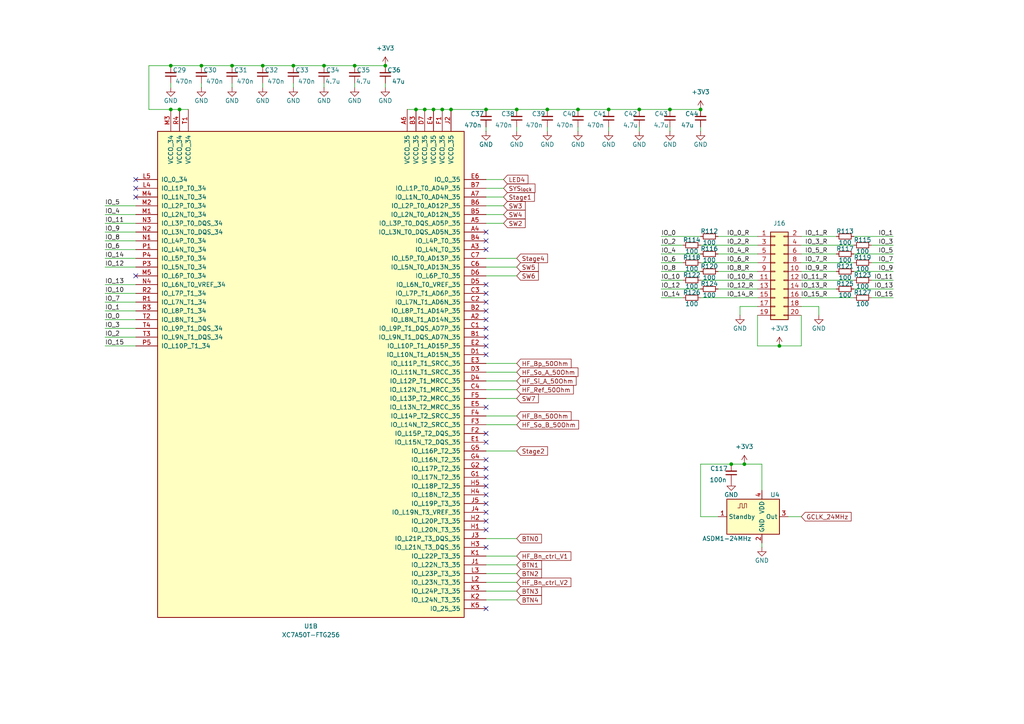
<source format=kicad_sch>
(kicad_sch (version 20231120) (generator "eeschema") (generator_version "8.0")
  (paper "A4")
  (title_block (title "CPArti: Artix-7 FPGA Development Board") (date "2024-08-22") (rev "1.0"))
  (junction (at 203.2 31.75))
  (junction (at 49.53 19.05))
  (junction (at 125.73 31.75))
  (junction (at 167.64 31.75))
  (junction (at 93.98 19.05))
  (junction (at 128.27 31.75))
  (junction (at 85.09 19.05))
  (junction (at 140.97 31.75))
  (junction (at 76.2 19.05))
  (junction (at 158.75 31.75))
  (junction (at 226.06 100.33))
  (junction (at 212.09 134.62))
  (junction (at 67.31 19.05))
  (junction (at 176.53 31.75))
  (junction (at 123.19 31.75))
  (junction (at 194.31 31.75))
  (junction (at 185.42 31.75))
  (junction (at 215.9 134.62))
  (junction (at 111.76 19.05))
  (junction (at 58.42 19.05))
  (junction (at 49.53 31.75))
  (junction (at 149.86 31.75))
  (junction (at 102.87 19.05))
  (junction (at 120.65 31.75))
  (junction (at 130.81 31.75))
  (junction (at 52.07 31.75))
  (no_connect (at 39.37 54.61))
  (no_connect (at 140.97 138.43))
  (no_connect (at 140.97 102.87))
  (no_connect (at 140.97 176.53))
  (no_connect (at 140.97 72.39))
  (no_connect (at 39.37 80.01))
  (no_connect (at 140.97 97.79))
  (no_connect (at 140.97 95.25))
  (no_connect (at 140.97 148.59))
  (no_connect (at 140.97 151.13))
  (no_connect (at 140.97 87.63))
  (no_connect (at 39.37 52.07))
  (no_connect (at 140.97 100.33))
  (no_connect (at 140.97 140.97))
  (no_connect (at 140.97 69.85))
  (no_connect (at 140.97 82.55))
  (no_connect (at 140.97 153.67))
  (no_connect (at 140.97 125.73))
  (no_connect (at 39.37 57.15))
  (no_connect (at 140.97 67.31))
  (no_connect (at 140.97 85.09))
  (no_connect (at 140.97 135.89))
  (no_connect (at 140.97 143.51))
  (no_connect (at 140.97 118.11))
  (no_connect (at 140.97 92.71))
  (no_connect (at 140.97 128.27))
  (no_connect (at 140.97 90.17))
  (no_connect (at 140.97 146.05))
  (no_connect (at 140.97 133.35))
  (no_connect (at 140.97 158.75))
  (wire (pts (xy 140.97 161.29) (xy 149.86 161.29)))
  (wire (pts (xy 149.86 36.83) (xy 149.86 38.1)))
  (wire (pts (xy 191.77 73.66) (xy 203.2 73.66)))
  (wire (pts (xy 232.41 73.66) (xy 242.57 73.66)))
  (wire (pts (xy 185.42 31.75) (xy 194.31 31.75)))
  (wire (pts (xy 259.08 81.28) (xy 252.73 81.28)))
  (wire (pts (xy 140.97 113.03) (xy 149.86 113.03)))
  (wire (pts (xy 185.42 36.83) (xy 185.42 38.1)))
  (wire (pts (xy 232.41 83.82) (xy 242.57 83.82)))
  (wire (pts (xy 203.2 76.2) (xy 219.71 76.2)))
  (wire (pts (xy 214.63 91.44) (xy 214.63 88.9)))
  (wire (pts (xy 203.2 36.83) (xy 203.2 38.1)))
  (wire (pts (xy 30.48 97.79) (xy 39.37 97.79)))
  (wire (pts (xy 191.77 86.36) (xy 198.12 86.36)))
  (wire (pts (xy 203.2 134.62) (xy 212.09 134.62)))
  (wire (pts (xy 85.09 24.13) (xy 85.09 25.4)))
  (wire (pts (xy 158.75 36.83) (xy 158.75 38.1)))
  (wire (pts (xy 232.41 86.36) (xy 247.65 86.36)))
  (wire (pts (xy 203.2 149.86) (xy 203.2 134.62)))
  (wire (pts (xy 176.53 36.83) (xy 176.53 38.1)))
  (wire (pts (xy 140.97 171.45) (xy 149.86 171.45)))
  (wire (pts (xy 191.77 78.74) (xy 203.2 78.74)))
  (wire (pts (xy 140.97 52.07) (xy 146.05 52.07)))
  (wire (pts (xy 43.18 19.05) (xy 49.53 19.05)))
  (wire (pts (xy 208.28 73.66) (xy 219.71 73.66)))
  (wire (pts (xy 43.18 31.75) (xy 49.53 31.75)))
  (wire (pts (xy 232.41 78.74) (xy 242.57 78.74)))
  (wire (pts (xy 140.97 115.57) (xy 149.86 115.57)))
  (wire (pts (xy 191.77 71.12) (xy 198.12 71.12)))
  (wire (pts (xy 111.76 19.05) (xy 102.87 19.05)))
  (wire (pts (xy 219.71 100.33) (xy 226.06 100.33)))
  (wire (pts (xy 140.97 156.21) (xy 149.86 156.21)))
  (wire (pts (xy 58.42 19.05) (xy 49.53 19.05)))
  (wire (pts (xy 76.2 19.05) (xy 67.31 19.05)))
  (wire (pts (xy 140.97 130.81) (xy 149.86 130.81)))
  (wire (pts (xy 93.98 19.05) (xy 85.09 19.05)))
  (wire (pts (xy 67.31 19.05) (xy 58.42 19.05)))
  (wire (pts (xy 208.28 78.74) (xy 219.71 78.74)))
  (wire (pts (xy 140.97 31.75) (xy 149.86 31.75)))
  (wire (pts (xy 43.18 31.75) (xy 43.18 19.05)))
  (wire (pts (xy 30.48 69.85) (xy 39.37 69.85)))
  (wire (pts (xy 191.77 81.28) (xy 198.12 81.28)))
  (wire (pts (xy 228.6 149.86) (xy 232.41 149.86)))
  (wire (pts (xy 158.75 31.75) (xy 167.64 31.75)))
  (wire (pts (xy 30.48 90.17) (xy 39.37 90.17)))
  (wire (pts (xy 232.41 88.9) (xy 237.49 88.9)))
  (wire (pts (xy 30.48 72.39) (xy 39.37 72.39)))
  (wire (pts (xy 30.48 64.77) (xy 39.37 64.77)))
  (wire (pts (xy 220.98 134.62) (xy 215.9 134.62)))
  (wire (pts (xy 76.2 24.13) (xy 76.2 25.4)))
  (wire (pts (xy 146.05 59.69) (xy 140.97 59.69)))
  (wire (pts (xy 111.76 24.13) (xy 111.76 25.4)))
  (wire (pts (xy 58.42 24.13) (xy 58.42 25.4)))
  (wire (pts (xy 208.28 83.82) (xy 219.71 83.82)))
  (wire (pts (xy 140.97 123.19) (xy 149.86 123.19)))
  (wire (pts (xy 212.09 134.62) (xy 215.9 134.62)))
  (wire (pts (xy 123.19 31.75) (xy 125.73 31.75)))
  (wire (pts (xy 259.08 83.82) (xy 247.65 83.82)))
  (wire (pts (xy 93.98 24.13) (xy 93.98 25.4)))
  (wire (pts (xy 30.48 100.33) (xy 39.37 100.33)))
  (wire (pts (xy 49.53 31.75) (xy 52.07 31.75)))
  (wire (pts (xy 191.77 68.58) (xy 203.2 68.58)))
  (wire (pts (xy 220.98 134.62) (xy 220.98 142.24)))
  (wire (pts (xy 259.08 86.36) (xy 252.73 86.36)))
  (wire (pts (xy 259.08 76.2) (xy 252.73 76.2)))
  (wire (pts (xy 140.97 110.49) (xy 149.86 110.49)))
  (wire (pts (xy 140.97 77.47) (xy 149.86 77.47)))
  (wire (pts (xy 85.09 19.05) (xy 76.2 19.05)))
  (wire (pts (xy 259.08 71.12) (xy 252.73 71.12)))
  (wire (pts (xy 167.64 31.75) (xy 176.53 31.75)))
  (wire (pts (xy 203.2 81.28) (xy 219.71 81.28)))
  (wire (pts (xy 130.81 31.75) (xy 140.97 31.75)))
  (wire (pts (xy 30.48 77.47) (xy 39.37 77.47)))
  (wire (pts (xy 30.48 92.71) (xy 39.37 92.71)))
  (wire (pts (xy 30.48 85.09) (xy 39.37 85.09)))
  (wire (pts (xy 140.97 173.99) (xy 149.86 173.99)))
  (wire (pts (xy 140.97 163.83) (xy 149.86 163.83)))
  (wire (pts (xy 30.48 74.93) (xy 39.37 74.93)))
  (wire (pts (xy 49.53 24.13) (xy 49.53 25.4)))
  (wire (pts (xy 194.31 31.75) (xy 203.2 31.75)))
  (wire (pts (xy 146.05 64.77) (xy 140.97 64.77)))
  (wire (pts (xy 102.87 24.13) (xy 102.87 25.4)))
  (wire (pts (xy 30.48 67.31) (xy 39.37 67.31)))
  (wire (pts (xy 191.77 76.2) (xy 198.12 76.2)))
  (wire (pts (xy 125.73 31.75) (xy 128.27 31.75)))
  (wire (pts (xy 140.97 166.37) (xy 149.86 166.37)))
  (wire (pts (xy 140.97 36.83) (xy 140.97 38.1)))
  (wire (pts (xy 220.98 157.48) (xy 220.98 158.75)))
  (wire (pts (xy 30.48 87.63) (xy 39.37 87.63)))
  (wire (pts (xy 259.08 78.74) (xy 247.65 78.74)))
  (wire (pts (xy 67.31 24.13) (xy 67.31 25.4)))
  (wire (pts (xy 194.31 36.83) (xy 194.31 38.1)))
  (wire (pts (xy 208.28 68.58) (xy 219.71 68.58)))
  (wire (pts (xy 118.11 31.75) (xy 120.65 31.75)))
  (wire (pts (xy 140.97 74.93) (xy 149.86 74.93)))
  (wire (pts (xy 232.41 76.2) (xy 247.65 76.2)))
  (wire (pts (xy 203.2 86.36) (xy 219.71 86.36)))
  (wire (pts (xy 232.41 91.44) (xy 232.41 100.33)))
  (wire (pts (xy 140.97 120.65) (xy 149.86 120.65)))
  (wire (pts (xy 30.48 59.69) (xy 39.37 59.69)))
  (wire (pts (xy 146.05 57.15) (xy 140.97 57.15)))
  (wire (pts (xy 140.97 80.01) (xy 149.86 80.01)))
  (wire (pts (xy 140.97 107.95) (xy 149.86 107.95)))
  (wire (pts (xy 102.87 19.05) (xy 93.98 19.05)))
  (wire (pts (xy 232.41 71.12) (xy 247.65 71.12)))
  (wire (pts (xy 232.41 68.58) (xy 242.57 68.58)))
  (wire (pts (xy 219.71 91.44) (xy 219.71 100.33)))
  (wire (pts (xy 208.28 149.86) (xy 203.2 149.86)))
  (wire (pts (xy 30.48 95.25) (xy 39.37 95.25)))
  (wire (pts (xy 214.63 88.9) (xy 219.71 88.9)))
  (wire (pts (xy 191.77 83.82) (xy 203.2 83.82)))
  (wire (pts (xy 259.08 68.58) (xy 247.65 68.58)))
  (wire (pts (xy 30.48 62.23) (xy 39.37 62.23)))
  (wire (pts (xy 149.86 31.75) (xy 158.75 31.75)))
  (wire (pts (xy 140.97 105.41) (xy 149.86 105.41)))
  (wire (pts (xy 30.48 82.55) (xy 39.37 82.55)))
  (wire (pts (xy 140.97 54.61) (xy 146.05 54.61)))
  (wire (pts (xy 176.53 31.75) (xy 185.42 31.75)))
  (wire (pts (xy 120.65 31.75) (xy 123.19 31.75)))
  (wire (pts (xy 259.08 73.66) (xy 247.65 73.66)))
  (wire (pts (xy 140.97 168.91) (xy 149.86 168.91)))
  (wire (pts (xy 232.41 100.33) (xy 226.06 100.33)))
  (wire (pts (xy 128.27 31.75) (xy 130.81 31.75)))
  (wire (pts (xy 146.05 62.23) (xy 140.97 62.23)))
  (wire (pts (xy 203.2 71.12) (xy 219.71 71.12)))
  (wire (pts (xy 232.41 81.28) (xy 247.65 81.28)))
  (wire (pts (xy 237.49 88.9) (xy 237.49 91.44)))
  (wire (pts (xy 167.64 36.83) (xy 167.64 38.1)))
  (wire (pts (xy 52.07 31.75) (xy 54.61 31.75)))
  (label "IO_10_R" (at 210.82 81.28 0))
  (label "IO_4" (at 191.77 73.66 0))
  (label "IO_7" (at 259.08 76.2 180))
  (label "IO_14" (at 191.77 86.36 0))
  (label "IO_4_R" (at 210.82 73.66 0))
  (label "IO_10" (at 30.48 85.09 0))
  (label "IO_1" (at 30.48 90.17 0))
  (label "IO_9" (at 30.48 67.31 0))
  (label "IO_6" (at 30.48 72.39 0))
  (label "IO_13" (at 259.08 83.82 180))
  (label "IO_9" (at 259.08 78.74 180))
  (label "IO_14_R" (at 210.82 86.36 0))
  (label "IO_5" (at 30.48 59.69 0))
  (label "IO_3_R" (at 240.03 71.12 180))
  (label "IO_15" (at 30.48 100.33 0))
  (label "IO_2" (at 30.48 97.79 0))
  (label "IO_12" (at 30.48 77.47 0))
  (label "IO_3" (at 259.08 71.12 180))
  (label "IO_1_R" (at 240.03 68.58 180))
  (label "IO_8_R" (at 210.82 78.74 0))
  (label "IO_2_R" (at 210.82 71.12 0))
  (label "IO_6_R" (at 210.82 76.2 0))
  (label "IO_12" (at 191.77 83.82 0))
  (label "IO_9_R" (at 240.03 78.74 180))
  (label "IO_12_R" (at 210.82 83.82 0))
  (label "IO_15" (at 259.08 86.36 180))
  (label "IO_5" (at 259.08 73.66 180))
  (label "IO_10" (at 191.77 81.28 0))
  (label "IO_15_R" (at 240.03 86.36 180))
  (label "IO_14" (at 30.48 74.93 0))
  (label "IO_2" (at 191.77 71.12 0))
  (label "IO_7" (at 30.48 87.63 0))
  (label "IO_8" (at 30.48 69.85 0))
  (label "IO_13_R" (at 240.03 83.82 180))
  (label "IO_0" (at 191.77 68.58 0))
  (label "IO_6" (at 191.77 76.2 0))
  (label "IO_13" (at 30.48 82.55 0))
  (label "IO_7_R" (at 240.03 76.2 180))
  (label "IO_0_R" (at 210.82 68.58 0))
  (label "IO_0" (at 30.48 92.71 0))
  (label "IO_4" (at 30.48 62.23 0))
  (label "IO_1" (at 259.08 68.58 180))
  (label "IO_8" (at 191.77 78.74 0))
  (label "IO_3" (at 30.48 95.25 0))
  (label "IO_11" (at 259.08 81.28 180))
  (label "IO_5_R" (at 240.03 73.66 180))
  (label "IO_11_R" (at 240.03 81.28 180))
  (label "IO_11" (at 30.48 64.77 0))
  (global_label "Stage4" (shape input) (at 149.86 74.93 0) (property "Intersheetrefs" "${INTERSHEET_REFS}" (effects (hide yes))))
  (global_label "BTN1" (shape input) (at 149.86 163.83 0) (property "Intersheetrefs" "${INTERSHEET_REFS}" (effects (hide yes))))
  (global_label "Stage2" (shape input) (at 149.86 130.81 0) (property "Intersheetrefs" "${INTERSHEET_REFS}" (effects (hide yes))))
  (global_label "SW7" (shape input) (at 149.86 115.57 0) (property "Intersheetrefs" "${INTERSHEET_REFS}" (effects (hide yes))))
  (global_label "Stage1" (shape input) (at 146.05 57.15 0) (property "Intersheetrefs" "${INTERSHEET_REFS}" (effects (hide yes))))
  (global_label "BTN0" (shape input) (at 149.86 156.21 0) (property "Intersheetrefs" "${INTERSHEET_REFS}" (effects (hide yes))))
  (global_label "BTN4" (shape input) (at 149.86 173.99 0) (property "Intersheetrefs" "${INTERSHEET_REFS}" (effects (hide yes))))
  (global_label "HF_Bn_ctrl_V2" (shape input) (at 149.86 168.91 0) (property "Intersheetrefs" "${INTERSHEET_REFS}" (effects (hide yes))))
  (global_label "SW4" (shape input) (at 146.05 62.23 0) (property "Intersheetrefs" "${INTERSHEET_REFS}" (effects (hide yes))))
  (global_label "LED4" (shape input) (at 146.05 52.07 0) (property "Intersheetrefs" "${INTERSHEET_REFS}" (effects (hide yes))))
  (global_label "HF_So_A_50Ohm" (shape input) (at 149.86 107.95 0) (property "Intersheetrefs" "${INTERSHEET_REFS}" (effects (hide yes))))
  (global_label "HF_Si_A_50Ohm" (shape input) (at 149.86 110.49 0) (property "Intersheetrefs" "${INTERSHEET_REFS}" (effects (hide yes))))
  (global_label "HF_So_B_50Ohm" (shape input) (at 149.86 123.19 0) (property "Intersheetrefs" "${INTERSHEET_REFS}" (effects (hide yes))))
  (global_label "BTN2" (shape input) (at 149.86 166.37 0) (property "Intersheetrefs" "${INTERSHEET_REFS}" (effects (hide yes))))
  (global_label "SW3" (shape input) (at 146.05 59.69 0) (property "Intersheetrefs" "${INTERSHEET_REFS}" (effects (hide yes))))
  (global_label "GCLK_24MHz" (shape input) (at 232.41 149.86 0) (property "Intersheetrefs" "${INTERSHEET_REFS}" (effects (hide yes))))
  (global_label "HF_Bn_ctrl_V1" (shape input) (at 149.86 161.29 0) (property "Intersheetrefs" "${INTERSHEET_REFS}" (effects (hide yes))))
  (global_label "SW5" (shape input) (at 149.86 77.47 0) (property "Intersheetrefs" "${INTERSHEET_REFS}" (effects (hide yes))))
  (global_label "BTN3" (shape input) (at 149.86 171.45 0) (property "Intersheetrefs" "${INTERSHEET_REFS}" (effects (hide yes))))
  (global_label "HF_Bp_50Ohm" (shape input) (at 149.86 105.41 0) (property "Intersheetrefs" "${INTERSHEET_REFS}" (effects (hide yes))))
  (global_label "SW2" (shape input) (at 146.05 64.77 0) (property "Intersheetrefs" "${INTERSHEET_REFS}" (effects (hide yes))))
  (global_label "SW6" (shape input) (at 149.86 80.01 0) (property "Intersheetrefs" "${INTERSHEET_REFS}" (effects (hide yes))))
  (global_label "HF_Bn_50Ohm" (shape input) (at 149.86 120.65 0) (property "Intersheetrefs" "${INTERSHEET_REFS}" (effects (hide yes))))
  (global_label "SYS_{lock}" (shape input) (at 146.05 54.61 0) (property "Intersheetrefs" "${INTERSHEET_REFS}" (effects (hide yes))))
  (global_label "HF_Ref_50Ohm" (shape input) (at 149.86 113.03 0) (property "Intersheetrefs" "${INTERSHEET_REFS}" (effects (hide yes))))
  (symbol (lib_id "Device:R_Small") (at 250.19 81.28 270) (mirror x) (unit 1)
    (property "Reference" "R123" (at 250.19 79.756 90))
    (property "Value" "100" (at 250.19 83.058 90))
    (property "Footprint" "Resistor_SMD:R_0402_1005Metric" (effects (hide yes)))
    (property "Description" "Resistor, small symbol" (effects (hide yes)))
    (property "LCSC" "C25076" (effects (hide yes)))
  )
  (symbol (lib_id "Device:C_Small") (at 194.31 34.29 180) (unit 1)
    (property "Reference" "C43" (at 191.77 33.02 0))
    (property "Value" "4.7u" (at 191.77 36.322 0))
    (property "Footprint" "Capacitor_SMD:C_0603_1608Metric" (effects (hide yes)))
    (property "Description" "Unpolarized capacitor, small symbol" (effects (hide yes)))
    (property "LCSC" "C19666" (effects (hide yes)))
  )
  (symbol (lib_id "Device:R_Small") (at 200.66 81.28 90) (unit 1)
    (property "Reference" "R122" (at 200.66 79.756 90))
    (property "Value" "100" (at 200.66 83.058 90))
    (property "Footprint" "Resistor_SMD:R_0402_1005Metric" (effects (hide yes)))
    (property "Description" "Resistor, small symbol" (effects (hide yes)))
    (property "LCSC" "C25076" (effects (hide yes)))
  )
  (symbol (lib_id "power:GND") (at 214.63 91.44 0) (unit 1)
    (property "Reference" "#PWR0323" (effects (hide yes)))
    (property "Value" "GND" (at 214.63 95.25 0))
    (property "Description" "Power symbol creates a global label with name \"GND\" , ground" (effects (hide yes)))
  )
  (symbol (lib_id "power:GND") (at 93.98 25.4 0) (mirror y) (unit 1)
    (property "Reference" "#PWR0103" (effects (hide yes)))
    (property "Value" "GND" (at 93.98 29.21 0))
    (property "Description" "Power symbol creates a global label with name \"GND\" , ground" (effects (hide yes)))
  )
  (symbol (lib_id "power:GND") (at 85.09 25.4 0) (mirror y) (unit 1)
    (property "Reference" "#PWR0104" (effects (hide yes)))
    (property "Value" "GND" (at 85.09 29.21 0))
    (property "Description" "Power symbol creates a global label with name \"GND\" , ground" (effects (hide yes)))
  )
  (symbol (lib_id "Device:R_Small") (at 200.66 86.36 90) (unit 1)
    (property "Reference" "R126" (at 200.66 84.836 90))
    (property "Value" "100" (at 200.66 88.138 90))
    (property "Footprint" "Resistor_SMD:R_0402_1005Metric" (effects (hide yes)))
    (property "Description" "Resistor, small symbol" (effects (hide yes)))
    (property "LCSC" "C25076" (effects (hide yes)))
  )
  (symbol (lib_id "power:GND") (at 167.64 38.1 0) (unit 1)
    (property "Reference" "#PWR0112" (effects (hide yes)))
    (property "Value" "GND" (at 167.64 41.91 0))
    (property "Description" "Power symbol creates a global label with name \"GND\" , ground" (effects (hide yes)))
  )
  (symbol (lib_id "Device:R_Small") (at 250.19 76.2 270) (mirror x) (unit 1)
    (property "Reference" "R119" (at 250.19 74.676 90))
    (property "Value" "100" (at 250.19 77.978 90))
    (property "Footprint" "Resistor_SMD:R_0402_1005Metric" (effects (hide yes)))
    (property "Description" "Resistor, small symbol" (effects (hide yes)))
    (property "LCSC" "C25076" (effects (hide yes)))
  )
  (symbol (lib_id "power:GND") (at 49.53 25.4 0) (mirror y) (unit 1)
    (property "Reference" "#PWR0108" (effects (hide yes)))
    (property "Value" "GND" (at 49.53 29.21 0))
    (property "Description" "Power symbol creates a global label with name \"GND\" , ground" (effects (hide yes)))
  )
  (symbol (lib_id "Device:C_Small") (at 140.97 34.29 180) (unit 1)
    (property "Reference" "C37" (at 138.43 33.02 0))
    (property "Value" "470n" (at 137.16 36.322 0))
    (property "Footprint" "Capacitor_SMD:C_0603_1608Metric" (effects (hide yes)))
    (property "Description" "Unpolarized capacitor, small symbol" (effects (hide yes)))
    (property "LCSC" "C1623" (effects (hide yes)))
  )
  (symbol (lib_id "Device:C_Small") (at 67.31 21.59 0) (mirror x) (unit 1)
    (property "Reference" "C31" (at 69.85 20.32 0))
    (property "Value" "470n" (at 71.12 23.622 0))
    (property "Footprint" "Capacitor_SMD:C_0603_1608Metric" (effects (hide yes)))
    (property "Description" "Unpolarized capacitor, small symbol" (effects (hide yes)))
    (property "LCSC" "C1623" (effects (hide yes)))
  )
  (symbol (lib_id "power:GND") (at 58.42 25.4 0) (mirror y) (unit 1)
    (property "Reference" "#PWR0107" (effects (hide yes)))
    (property "Value" "GND" (at 58.42 29.21 0))
    (property "Description" "Power symbol creates a global label with name \"GND\" , ground" (effects (hide yes)))
  )
  (symbol (lib_id "power:GND") (at 194.31 38.1 0) (unit 1)
    (property "Reference" "#PWR0115" (effects (hide yes)))
    (property "Value" "GND" (at 194.31 41.91 0))
    (property "Description" "Power symbol creates a global label with name \"GND\" , ground" (effects (hide yes)))
  )
  (symbol (lib_id "power:GND") (at 76.2 25.4 0) (mirror y) (unit 1)
    (property "Reference" "#PWR0105" (effects (hide yes)))
    (property "Value" "GND" (at 76.2 29.21 0))
    (property "Description" "Power symbol creates a global label with name \"GND\" , ground" (effects (hide yes)))
  )
  (symbol (lib_id "Device:R_Small") (at 245.11 68.58 270) (mirror x) (unit 1)
    (property "Reference" "R113" (at 245.11 67.056 90))
    (property "Value" "100" (at 245.11 70.358 90))
    (property "Footprint" "Resistor_SMD:R_0402_1005Metric" (effects (hide yes)))
    (property "Description" "Resistor, small symbol" (effects (hide yes)))
    (property "LCSC" "C25076" (effects (hide yes)))
  )
  (symbol (lib_id "Device:C_Small") (at 158.75 34.29 180) (unit 1)
    (property "Reference" "C39" (at 156.21 33.02 0))
    (property "Value" "470n" (at 154.94 36.322 0))
    (property "Footprint" "Capacitor_SMD:C_0603_1608Metric" (effects (hide yes)))
    (property "Description" "Unpolarized capacitor, small symbol" (effects (hide yes)))
    (property "LCSC" "C1623" (effects (hide yes)))
  )
  (symbol (lib_id "Device:R_Small") (at 205.74 78.74 90) (unit 1)
    (property "Reference" "R120" (at 205.74 77.216 90))
    (property "Value" "100" (at 205.74 80.518 90))
    (property "Footprint" "Resistor_SMD:R_0402_1005Metric" (effects (hide yes)))
    (property "Description" "Resistor, small symbol" (effects (hide yes)))
    (property "LCSC" "C25076" (effects (hide yes)))
  )
  (symbol (lib_id "FPGA_Xilinx_Artix7:XC7A50T-FTG256") (at 90.17 105.41 0) (unit 2)
    (property "Reference" "U1" (at 90.17 181.61 0))
    (property "Value" "XC7A50T-FTG256" (at 90.17 184.15 0))
    (property "Footprint" "Package_BGA:Xilinx_FTG256" (effects (hide yes)))
    (property "Description" "Artix 7 T 50 XC7A50T-FTG256" (effects (hide yes)))
    (property "LCSC" "C3272410" (effects (hide yes)))
  )
  (symbol (lib_id "power:GND") (at 102.87 25.4 0) (mirror y) (unit 1)
    (property "Reference" "#PWR0102" (effects (hide yes)))
    (property "Value" "GND" (at 102.87 29.21 0))
    (property "Description" "Power symbol creates a global label with name \"GND\" , ground" (effects (hide yes)))
  )
  (symbol (lib_id "power:GND") (at 203.2 38.1 0) (unit 1)
    (property "Reference" "#PWR0116" (effects (hide yes)))
    (property "Value" "GND" (at 203.2 41.91 0))
    (property "Description" "Power symbol creates a global label with name \"GND\" , ground" (effects (hide yes)))
  )
  (symbol (lib_id "Device:R_Small") (at 200.66 71.12 90) (unit 1)
    (property "Reference" "R114" (at 200.66 69.596 90))
    (property "Value" "100" (at 200.66 72.898 90))
    (property "Footprint" "Resistor_SMD:R_0402_1005Metric" (effects (hide yes)))
    (property "Description" "Resistor, small symbol" (effects (hide yes)))
    (property "LCSC" "C25076" (effects (hide yes)))
  )
  (symbol (lib_id "Device:C_Small") (at 58.42 21.59 0) (mirror x) (unit 1)
    (property "Reference" "C30" (at 60.96 20.32 0))
    (property "Value" "470n" (at 62.23 23.622 0))
    (property "Footprint" "Capacitor_SMD:C_0603_1608Metric" (effects (hide yes)))
    (property "Description" "Unpolarized capacitor, small symbol" (effects (hide yes)))
    (property "LCSC" "C1623" (effects (hide yes)))
  )
  (symbol (lib_id "power:GND") (at 67.31 25.4 0) (mirror y) (unit 1)
    (property "Reference" "#PWR0106" (effects (hide yes)))
    (property "Value" "GND" (at 67.31 29.21 0))
    (property "Description" "Power symbol creates a global label with name \"GND\" , ground" (effects (hide yes)))
  )
  (symbol (lib_id "Device:C_Small") (at 149.86 34.29 180) (unit 1)
    (property "Reference" "C38" (at 147.32 33.02 0))
    (property "Value" "470n" (at 146.05 36.322 0))
    (property "Footprint" "Capacitor_SMD:C_0603_1608Metric" (effects (hide yes)))
    (property "Description" "Unpolarized capacitor, small symbol" (effects (hide yes)))
    (property "LCSC" "C1623" (effects (hide yes)))
  )
  (symbol (lib_id "Device:C_Small") (at 85.09 21.59 0) (mirror x) (unit 1)
    (property "Reference" "C33" (at 87.63 20.32 0))
    (property "Value" "470n" (at 88.9 23.622 0))
    (property "Footprint" "Capacitor_SMD:C_0603_1608Metric" (effects (hide yes)))
    (property "Description" "Unpolarized capacitor, small symbol" (effects (hide yes)))
    (property "LCSC" "C1623" (effects (hide yes)))
  )
  (symbol (lib_id "power:GND") (at 176.53 38.1 0) (unit 1)
    (property "Reference" "#PWR0113" (effects (hide yes)))
    (property "Value" "GND" (at 176.53 41.91 0))
    (property "Description" "Power symbol creates a global label with name \"GND\" , ground" (effects (hide yes)))
  )
  (symbol (lib_id "Device:R_Small") (at 250.19 71.12 270) (mirror x) (unit 1)
    (property "Reference" "R115" (at 250.19 69.596 90))
    (property "Value" "100" (at 250.19 72.898 90))
    (property "Footprint" "Resistor_SMD:R_0402_1005Metric" (effects (hide yes)))
    (property "Description" "Resistor, small symbol" (effects (hide yes)))
    (property "LCSC" "C25076" (effects (hide yes)))
  )
  (symbol (lib_id "power:GND") (at 237.49 91.44 0) (unit 1)
    (property "Reference" "#PWR0324" (effects (hide yes)))
    (property "Value" "GND" (at 237.49 95.25 0))
    (property "Description" "Power symbol creates a global label with name \"GND\" , ground" (effects (hide yes)))
  )
  (symbol (lib_id "power:GND") (at 212.09 139.7 0) (unit 1)
    (property "Reference" "#PWR0213" (effects (hide yes)))
    (property "Value" "GND" (at 212.09 143.51 0))
    (property "Description" "Power symbol creates a global label with name \"GND\" , ground" (effects (hide yes)))
  )
  (symbol (lib_id "power:+3V3") (at 215.9 134.62 0) (unit 1)
    (property "Reference" "#PWR0214" (effects (hide yes)))
    (property "Value" "+3V3" (at 215.9 129.54 0))
    (property "Description" "Power symbol creates a global label with name \"+3V3\"" (effects (hide yes)))
  )
  (symbol (lib_id "Device:R_Small") (at 245.11 73.66 270) (mirror x) (unit 1)
    (property "Reference" "R117" (at 245.11 72.136 90))
    (property "Value" "100" (at 245.11 75.438 90))
    (property "Footprint" "Resistor_SMD:R_0402_1005Metric" (effects (hide yes)))
    (property "Description" "Resistor, small symbol" (effects (hide yes)))
    (property "LCSC" "C25076" (effects (hide yes)))
  )
  (symbol (lib_id "Device:C_Small") (at 176.53 34.29 180) (unit 1)
    (property "Reference" "C41" (at 173.99 33.02 0))
    (property "Value" "470n" (at 172.72 36.322 0))
    (property "Footprint" "Capacitor_SMD:C_0603_1608Metric" (effects (hide yes)))
    (property "Description" "Unpolarized capacitor, small symbol" (effects (hide yes)))
    (property "LCSC" "C1623" (effects (hide yes)))
  )
  (symbol (lib_id "power:+3V3") (at 203.2 31.75 0) (unit 1)
    (property "Reference" "#PWR0118" (effects (hide yes)))
    (property "Value" "+3V3" (at 203.2 26.67 0))
    (property "Description" "Power symbol creates a global label with name \"+3V3\"" (effects (hide yes)))
  )
  (symbol (lib_id "Device:R_Small") (at 205.74 83.82 90) (unit 1)
    (property "Reference" "R124" (at 205.74 82.296 90))
    (property "Value" "100" (at 205.74 85.598 90))
    (property "Footprint" "Resistor_SMD:R_0402_1005Metric" (effects (hide yes)))
    (property "Description" "Resistor, small symbol" (effects (hide yes)))
    (property "LCSC" "C25076" (effects (hide yes)))
  )
  (symbol (lib_id "Device:R_Small") (at 245.11 78.74 270) (mirror x) (unit 1)
    (property "Reference" "R121" (at 245.11 77.216 90))
    (property "Value" "100" (at 245.11 80.518 90))
    (property "Footprint" "Resistor_SMD:R_0402_1005Metric" (effects (hide yes)))
    (property "Description" "Resistor, small symbol" (effects (hide yes)))
    (property "LCSC" "C25076" (effects (hide yes)))
  )
  (symbol (lib_id "power:GND") (at 149.86 38.1 0) (unit 1)
    (property "Reference" "#PWR0110" (effects (hide yes)))
    (property "Value" "GND" (at 149.86 41.91 0))
    (property "Description" "Power symbol creates a global label with name \"GND\" , ground" (effects (hide yes)))
  )
  (symbol (lib_id "power:+3V3") (at 226.06 100.33 0) (unit 1)
    (property "Reference" "#PWR0325" (effects (hide yes)))
    (property "Value" "+3V3" (at 226.06 95.25 0))
    (property "Description" "Power symbol creates a global label with name \"+3V3\"" (effects (hide yes)))
  )
  (symbol (lib_id "Device:R_Small") (at 205.74 73.66 90) (unit 1)
    (property "Reference" "R116" (at 205.74 72.136 90))
    (property "Value" "100" (at 205.74 75.438 90))
    (property "Footprint" "Resistor_SMD:R_0402_1005Metric" (effects (hide yes)))
    (property "Description" "Resistor, small symbol" (effects (hide yes)))
    (property "LCSC" "C25076" (effects (hide yes)))
  )
  (symbol (lib_id "power:GND") (at 111.76 25.4 0) (mirror y) (unit 1)
    (property "Reference" "#PWR0101" (effects (hide yes)))
    (property "Value" "GND" (at 111.76 29.21 0))
    (property "Description" "Power symbol creates a global label with name \"GND\" , ground" (effects (hide yes)))
  )
  (symbol (lib_id "Oscillator:ASDMB-xxxMHz") (at 218.44 149.86 0) (unit 1)
    (property "Reference" "U4" (at 224.79 143.51 0))
    (property "Value" "ASDM1-24MHz" (at 210.82 156.21 0))
    (property "Footprint" "Oscillator:Oscillator_SMD_Abracon_ASDMB-4Pin_2.5x2.0mm" (effects (hide yes)))
    (property "Datasheet" "https://abracon.com/Oscillators/ASDMB.pdf" (effects (hide yes)))
    (property "Description" "1.8-3.3V SMD Ultra Miniature Crystal Clock Oscillator, Abracon" (effects (hide yes)))
    (property "LCSC" "C1987235" (effects (hide yes)))
  )
  (symbol (lib_id "power:GND") (at 140.97 38.1 0) (unit 1)
    (property "Reference" "#PWR0109" (effects (hide yes)))
    (property "Value" "GND" (at 140.97 41.91 0))
    (property "Description" "Power symbol creates a global label with name \"GND\" , ground" (effects (hide yes)))
  )
  (symbol (lib_id "Device:R_Small") (at 200.66 76.2 90) (unit 1)
    (property "Reference" "R118" (at 200.66 74.676 90))
    (property "Value" "100" (at 200.66 77.978 90))
    (property "Footprint" "Resistor_SMD:R_0402_1005Metric" (effects (hide yes)))
    (property "Description" "Resistor, small symbol" (effects (hide yes)))
    (property "LCSC" "C25076" (effects (hide yes)))
  )
  (symbol (lib_id "power:+3V3") (at 111.76 19.05 0) (mirror y) (unit 1)
    (property "Reference" "#PWR0117" (effects (hide yes)))
    (property "Value" "+3V3" (at 111.76 13.97 0))
    (property "Description" "Power symbol creates a global label with name \"+3V3\"" (effects (hide yes)))
  )
  (symbol (lib_id "power:GND") (at 185.42 38.1 0) (unit 1)
    (property "Reference" "#PWR0114" (effects (hide yes)))
    (property "Value" "GND" (at 185.42 41.91 0))
    (property "Description" "Power symbol creates a global label with name \"GND\" , ground" (effects (hide yes)))
  )
  (symbol (lib_id "Device:C_Small") (at 167.64 34.29 180) (unit 1)
    (property "Reference" "C40" (at 165.1 33.02 0))
    (property "Value" "470n" (at 163.83 36.322 0))
    (property "Footprint" "Capacitor_SMD:C_0603_1608Metric" (effects (hide yes)))
    (property "Description" "Unpolarized capacitor, small symbol" (effects (hide yes)))
    (property "LCSC" "C1623" (effects (hide yes)))
  )
  (symbol (lib_id "Device:C_Small") (at 111.76 21.59 0) (mirror x) (unit 1)
    (property "Reference" "C36" (at 114.3 20.32 0))
    (property "Value" "47u" (at 115.57 23.622 0))
    (property "Footprint" "Capacitor_SMD:C_0805_2012Metric" (effects (hide yes)))
    (property "Description" "Unpolarized capacitor, small symbol" (effects (hide yes)))
    (property "LCSC" "C16780" (effects (hide yes)))
  )
  (symbol (lib_id "Device:R_Small") (at 250.19 86.36 270) (mirror x) (unit 1)
    (property "Reference" "R127" (at 250.19 84.836 90))
    (property "Value" "100" (at 250.19 88.138 90))
    (property "Footprint" "Resistor_SMD:R_0402_1005Metric" (effects (hide yes)))
    (property "Description" "Resistor, small symbol" (effects (hide yes)))
    (property "LCSC" "C25076" (effects (hide yes)))
  )
  (symbol (lib_id "Device:C_Small") (at 102.87 21.59 0) (mirror x) (unit 1)
    (property "Reference" "C35" (at 105.41 20.32 0))
    (property "Value" "4.7u" (at 105.41 23.622 0))
    (property "Footprint" "Capacitor_SMD:C_0603_1608Metric" (effects (hide yes)))
    (property "Description" "Unpolarized capacitor, small symbol" (effects (hide yes)))
    (property "LCSC" "C19666" (effects (hide yes)))
  )
  (symbol (lib_id "Device:C_Small") (at 93.98 21.59 0) (mirror x) (unit 1)
    (property "Reference" "C34" (at 96.52 20.32 0))
    (property "Value" "4.7u" (at 96.52 23.622 0))
    (property "Footprint" "Capacitor_SMD:C_0603_1608Metric" (effects (hide yes)))
    (property "Description" "Unpolarized capacitor, small symbol" (effects (hide yes)))
    (property "LCSC" "C19666" (effects (hide yes)))
  )
  (symbol (lib_id "Device:C_Small") (at 185.42 34.29 180) (unit 1)
    (property "Reference" "C42" (at 182.88 33.02 0))
    (property "Value" "4.7u" (at 182.88 36.322 0))
    (property "Footprint" "Capacitor_SMD:C_0603_1608Metric" (effects (hide yes)))
    (property "Description" "Unpolarized capacitor, small symbol" (effects (hide yes)))
    (property "LCSC" "C19666" (effects (hide yes)))
  )
  (symbol (lib_id "power:GND") (at 220.98 158.75 0) (unit 1)
    (property "Reference" "#PWR0215" (effects (hide yes)))
    (property "Value" "GND" (at 220.98 162.56 0))
    (property "Description" "Power symbol creates a global label with name \"GND\" , ground" (effects (hide yes)))
  )
  (symbol (lib_id "Device:C_Small") (at 49.53 21.59 0) (mirror x) (unit 1)
    (property "Reference" "C29" (at 52.07 20.32 0))
    (property "Value" "470n" (at 53.34 23.622 0))
    (property "Footprint" "Capacitor_SMD:C_0603_1608Metric" (effects (hide yes)))
    (property "Description" "Unpolarized capacitor, small symbol" (effects (hide yes)))
    (property "LCSC" "C1623" (effects (hide yes)))
  )
  (symbol (lib_id "Device:R_Small") (at 245.11 83.82 270) (mirror x) (unit 1)
    (property "Reference" "R125" (at 245.11 82.296 90))
    (property "Value" "100" (at 245.11 85.598 90))
    (property "Footprint" "Resistor_SMD:R_0402_1005Metric" (effects (hide yes)))
    (property "Description" "Resistor, small symbol" (effects (hide yes)))
    (property "LCSC" "C25076" (effects (hide yes)))
  )
  (symbol (lib_id "Device:C_Small") (at 212.09 137.16 180) (unit 1)
    (property "Reference" "C117" (at 208.534 135.89 0))
    (property "Value" "100n" (at 208.28 139.192 0))
    (property "Footprint" "Capacitor_SMD:C_0402_1005Metric" (effects (hide yes)))
    (property "Description" "Unpolarized capacitor, small symbol" (effects (hide yes)))
    (property "LCSC" "C1525" (effects (hide yes)))
  )
  (symbol (lib_id "Connector_Generic:Conn_02x10_Odd_Even") (at 224.79 78.74 0) (unit 1)
    (property "Reference" "J16" (at 226.06 64.77 0))
    (property "Value" "Conn_02x10_Odd_Even" (effects (hide yes)))
    (property "Footprint" "Connector_PinSocket_2.54mm:PinSocket_2x10_P2.54mm_Vertical" (effects (hide yes)))
    (property "Description" "Generic connector, double row, 02x10, odd/even pin numbering scheme (row 1 odd numbers, row 2 even numbers), script generated (kicad-library-utils/schlib/autogen/connector/)" (effects (hide yes)))
  )
  (symbol (lib_id "Device:C_Small") (at 203.2 34.29 180) (unit 1)
    (property "Reference" "C44" (at 200.66 33.02 0))
    (property "Value" "47u" (at 199.39 36.322 0))
    (property "Footprint" "Capacitor_SMD:C_0805_2012Metric" (effects (hide yes)))
    (property "Description" "Unpolarized capacitor, small symbol" (effects (hide yes)))
    (property "LCSC" "C16780" (effects (hide yes)))
  )
  (symbol (lib_id "power:GND") (at 158.75 38.1 0) (unit 1)
    (property "Reference" "#PWR0111" (effects (hide yes)))
    (property "Value" "GND" (at 158.75 41.91 0))
    (property "Description" "Power symbol creates a global label with name \"GND\" , ground" (effects (hide yes)))
  )
  (symbol (lib_id "Device:C_Small") (at 76.2 21.59 0) (mirror x) (unit 1)
    (property "Reference" "C32" (at 78.74 20.32 0))
    (property "Value" "470n" (at 80.01 23.622 0))
    (property "Footprint" "Capacitor_SMD:C_0603_1608Metric" (effects (hide yes)))
    (property "Description" "Unpolarized capacitor, small symbol" (effects (hide yes)))
    (property "LCSC" "C1623" (effects (hide yes)))
  )
  (symbol (lib_id "Device:R_Small") (at 205.74 68.58 90) (unit 1)
    (property "Reference" "R112" (at 205.74 67.056 90))
    (property "Value" "100" (at 205.74 70.358 90))
    (property "Footprint" "Resistor_SMD:R_0402_1005Metric" (effects (hide yes)))
    (property "Description" "Resistor, small symbol" (effects (hide yes)))
    (property "LCSC" "C25076" (effects (hide yes)))
  )
)
</source>
